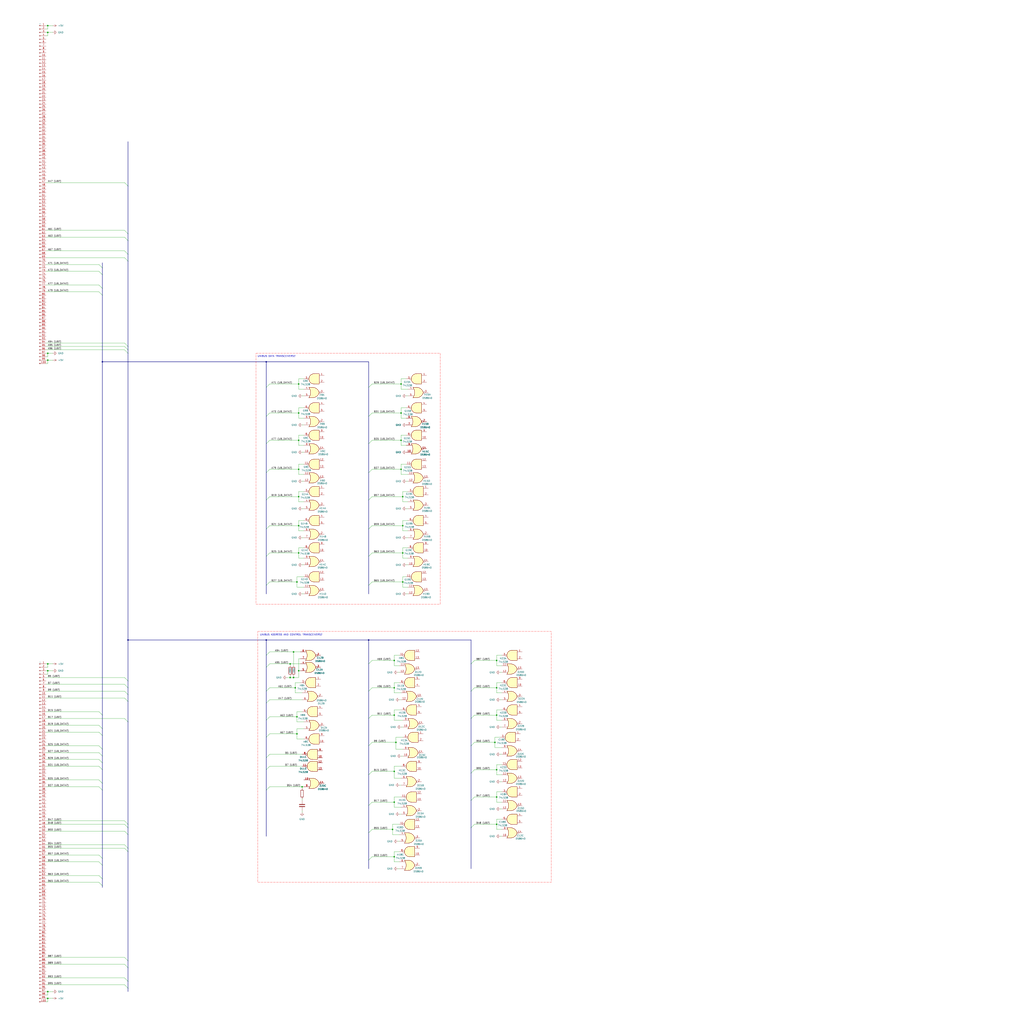
<source format=kicad_sch>
(kicad_sch (version 20250114) (generator "eeschema") (generator_version "9.0")
  (paper "User" 762 762)
  (rectangle (start 190.5 262.89) (end 327.66 449.58) (stroke (width 0) (type dash) (color 255 0 0 1)))
  (rectangle (start 191.77 469.9) (end 410.21 656.59) (stroke (width 0) (type dash) (color 255 0 0 1)))
  (text "UNIBUS ADDRESS AND CONTROL TRANSCEIVERS?" (at 216.662 472.44 0) (effects (font (size 1.27 1.27))))
  (text "UNIBUS DATA TRANSCEIVERS?" (at 205.74 265.176 0) (effects (font (size 1.27 1.27))))
  (junction (at 222.25 411.48))
  (junction (at 35.56 262.89))
  (junction (at 222.25 499.11))
  (junction (at 215.9 504.19))
  (junction (at 298.45 307.34))
  (junction (at 35.56 499.11))
  (junction (at 219.71 511.81))
  (junction (at 299.72 391.16))
  (junction (at 293.37 511.81))
  (junction (at 293.37 637.54))
  (junction (at 222.25 327.66))
  (junction (at 369.57 613.41))
  (junction (at 95.25 476.25))
  (junction (at 35.56 737.87))
  (junction (at 76.2 269.24))
  (junction (at 299.72 433.07))
  (junction (at 222.25 391.16))
  (junction (at 222.25 285.75))
  (junction (at 274.32 476.25))
  (junction (at 299.72 411.48))
  (junction (at 198.12 476.25))
  (junction (at 369.57 593.09))
  (junction (at 222.25 349.25))
  (junction (at 292.1 617.22))
  (junction (at 218.44 485.14))
  (junction (at 218.44 504.19))
  (junction (at 35.56 494.03))
  (junction (at 215.9 494.03))
  (junction (at 293.37 574.04))
  (junction (at 298.45 327.66))
  (junction (at 369.57 491.49))
  (junction (at 35.56 742.95))
  (junction (at 35.56 267.97))
  (junction (at 299.72 369.57))
  (junction (at 220.98 546.1))
  (junction (at 224.79 585.47))
  (junction (at 369.57 532.13))
  (junction (at 298.45 349.25))
  (junction (at 298.45 285.75))
  (junction (at 198.12 269.24))
  (junction (at 220.98 433.07))
  (junction (at 35.56 24.13))
  (junction (at 35.56 19.05))
  (junction (at 368.3 552.45))
  (junction (at 294.64 552.45))
  (junction (at 222.25 369.57))
  (junction (at 293.37 532.13))
  (junction (at 222.25 307.34))
  (junction (at 293.37 491.49))
  (junction (at 369.57 511.81))
  (junction (at 293.37 596.9))
  (junction (at 369.57 572.77))
  (junction (at 220.98 533.4))
  (bus_entry (at 274.32 330.2) (size 2.54 -2.54))
  (bus_entry (at 198.12 523.24) (size 2.54 -2.54))
  (bus_entry (at 92.71 628.65) (size 2.54 2.54))
  (bus_entry (at 198.12 572.77) (size 2.54 -2.54))
  (bus_entry (at 92.71 613.41) (size 2.54 2.54))
  (bus_entry (at 198.12 414.02) (size 2.54 -2.54))
  (bus_entry (at 73.66 529.59) (size 2.54 2.54))
  (bus_entry (at 92.71 255.27) (size 2.54 2.54))
  (bus_entry (at 198.12 588.01) (size 2.54 -2.54))
  (bus_entry (at 73.66 651.51) (size 2.54 2.54))
  (bus_entry (at 73.66 201.93) (size 2.54 2.54))
  (bus_entry (at 92.71 257.81) (size 2.54 2.54))
  (bus_entry (at 198.12 288.29) (size 2.54 -2.54))
  (bus_entry (at 198.12 372.11) (size 2.54 -2.54))
  (bus_entry (at 92.71 631.19) (size 2.54 2.54))
  (bus_entry (at 73.66 217.17) (size 2.54 2.54))
  (bus_entry (at 92.71 171.45) (size 2.54 2.54))
  (bus_entry (at 274.32 372.11) (size 2.54 -2.54))
  (bus_entry (at 198.12 548.64) (size 2.54 -2.54))
  (bus_entry (at 350.52 575.31) (size 2.54 -2.54))
  (bus_entry (at 92.71 135.89) (size 2.54 2.54))
  (bus_entry (at 274.32 640.08) (size 2.54 -2.54))
  (bus_entry (at 92.71 727.71) (size 2.54 2.54))
  (bus_entry (at 274.32 435.61) (size 2.54 -2.54))
  (bus_entry (at 350.52 595.63) (size 2.54 -2.54))
  (bus_entry (at 73.66 585.47) (size 2.54 2.54))
  (bus_entry (at 274.32 393.7) (size 2.54 -2.54))
  (bus_entry (at 92.71 618.49) (size 2.54 2.54))
  (bus_entry (at 198.12 514.35) (size 2.54 -2.54))
  (bus_entry (at 92.71 610.87) (size 2.54 2.54))
  (bus_entry (at 73.66 641.35) (size 2.54 2.54))
  (bus_entry (at 92.71 504.19) (size 2.54 2.54))
  (bus_entry (at 198.12 435.61) (size 2.54 -2.54))
  (bus_entry (at 198.12 330.2) (size 2.54 -2.54))
  (bus_entry (at 274.32 619.76) (size 2.54 -2.54))
  (bus_entry (at 92.71 191.77) (size 2.54 2.54))
  (bus_entry (at 198.12 563.88) (size 2.54 -2.54))
  (bus_entry (at 198.12 309.88) (size 2.54 -2.54))
  (bus_entry (at 198.12 393.7) (size 2.54 -2.54))
  (bus_entry (at 73.66 580.39) (size 2.54 2.54))
  (bus_entry (at 92.71 186.69) (size 2.54 2.54))
  (bus_entry (at 198.12 351.79) (size 2.54 -2.54))
  (bus_entry (at 350.52 534.67) (size 2.54 -2.54))
  (bus_entry (at 73.66 539.75) (size 2.54 2.54))
  (bus_entry (at 92.71 509.27) (size 2.54 2.54))
  (bus_entry (at 73.66 565.15) (size 2.54 2.54))
  (bus_entry (at 73.66 544.83) (size 2.54 2.54))
  (bus_entry (at 274.32 288.29) (size 2.54 -2.54))
  (bus_entry (at 73.66 212.09) (size 2.54 2.54))
  (bus_entry (at 274.32 351.79) (size 2.54 -2.54))
  (bus_entry (at 73.66 570.23) (size 2.54 2.54))
  (bus_entry (at 274.32 494.03) (size 2.54 -2.54))
  (bus_entry (at 92.71 514.35) (size 2.54 2.54))
  (bus_entry (at 73.66 554.99) (size 2.54 2.54))
  (bus_entry (at 198.12 487.68) (size 2.54 -2.54))
  (bus_entry (at 73.66 196.85) (size 2.54 2.54))
  (bus_entry (at 92.71 260.35) (size 2.54 2.54))
  (bus_entry (at 350.52 514.35) (size 2.54 -2.54))
  (bus_entry (at 92.71 712.47) (size 2.54 2.54))
  (bus_entry (at 73.66 560.07) (size 2.54 2.54))
  (bus_entry (at 92.71 176.53) (size 2.54 2.54))
  (bus_entry (at 350.52 494.03) (size 2.54 -2.54))
  (bus_entry (at 274.32 534.67) (size 2.54 -2.54))
  (bus_entry (at 73.66 636.27) (size 2.54 2.54))
  (bus_entry (at 198.12 535.94) (size 2.54 -2.54))
  (bus_entry (at 92.71 519.43) (size 2.54 2.54))
  (bus_entry (at 274.32 599.44) (size 2.54 -2.54))
  (bus_entry (at 274.32 309.88) (size 2.54 -2.54))
  (bus_entry (at 92.71 717.55) (size 2.54 2.54))
  (bus_entry (at 92.71 732.79) (size 2.54 2.54))
  (bus_entry (at 274.32 414.02) (size 2.54 -2.54))
  (bus_entry (at 73.66 656.59) (size 2.54 2.54))
  (bus_entry (at 274.32 554.99) (size 2.54 -2.54))
  (bus_entry (at 274.32 514.35) (size 2.54 -2.54))
  (bus_entry (at 198.12 496.57) (size 2.54 -2.54))
  (bus_entry (at 350.52 615.95) (size 2.54 -2.54))
  (bus_entry (at 350.52 554.99) (size 2.54 -2.54))
  (bus_entry (at 92.71 534.67) (size 2.54 2.54))
  (bus_entry (at 274.32 576.58) (size 2.54 -2.54))
  (wire (pts (xy 34.29 212.09) (xy 73.66 212.09)))
  (wire (pts (xy 298.45 541.02) (xy 299.72 541.02)))
  (bus (pts (xy 274.32 599.44) (xy 274.32 619.76)))
  (wire (pts (xy 222.25 407.67) (xy 226.06 407.67)))
  (bus (pts (xy 274.32 269.24) (xy 274.32 288.29)))
  (wire (pts (xy 222.25 365.76) (xy 222.25 369.57)))
  (wire (pts (xy 34.29 628.65) (xy 92.71 628.65)))
  (bus (pts (xy 350.52 534.67) (xy 350.52 554.99)))
  (wire (pts (xy 222.25 331.47) (xy 222.25 327.66)))
  (wire (pts (xy 299.72 411.48) (xy 299.72 407.67)))
  (wire (pts (xy 224.79 336.55) (xy 226.06 336.55)))
  (wire (pts (xy 369.57 589.28) (xy 373.38 589.28)))
  (wire (pts (xy 369.57 528.32) (xy 373.38 528.32)))
  (wire (pts (xy 34.29 737.87) (xy 35.56 737.87)))
  (bus (pts (xy 95.25 715.01) (xy 95.25 720.09)))
  (wire (pts (xy 299.72 373.38) (xy 299.72 369.57)))
  (bus (pts (xy 274.32 288.29) (xy 274.32 309.88)))
  (wire (pts (xy 34.29 539.75) (xy 73.66 539.75)))
  (wire (pts (xy 372.11 622.3) (xy 373.38 622.3)))
  (wire (pts (xy 298.45 285.75) (xy 298.45 281.94)))
  (bus (pts (xy 95.25 189.23) (xy 95.25 194.31)))
  (wire (pts (xy 34.29 519.43) (xy 92.71 519.43)))
  (wire (pts (xy 35.56 745.49) (xy 35.56 742.95)))
  (wire (pts (xy 34.29 499.11) (xy 35.56 499.11)))
  (bus (pts (xy 274.32 619.76) (xy 274.32 640.08)))
  (wire (pts (xy 34.29 560.07) (xy 73.66 560.07)))
  (bus (pts (xy 76.2 204.47) (xy 76.2 214.63)))
  (wire (pts (xy 369.57 487.68) (xy 373.38 487.68)))
  (wire (pts (xy 299.72 433.07) (xy 299.72 429.26)))
  (wire (pts (xy 200.66 285.75) (xy 222.25 285.75)))
  (wire (pts (xy 35.56 494.03) (xy 39.37 494.03)))
  (wire (pts (xy 298.45 331.47) (xy 298.45 327.66)))
  (wire (pts (xy 226.06 311.15) (xy 222.25 311.15)))
  (bus (pts (xy 350.52 476.25) (xy 350.52 494.03)))
  (wire (pts (xy 224.79 358.14) (xy 226.06 358.14)))
  (wire (pts (xy 226.06 415.29) (xy 222.25 415.29)))
  (wire (pts (xy 369.57 511.81) (xy 369.57 508)))
  (wire (pts (xy 35.56 21.59) (xy 35.56 19.05)))
  (bus (pts (xy 198.12 414.02) (xy 198.12 435.61)))
  (wire (pts (xy 353.06 552.45) (xy 368.3 552.45)))
  (bus (pts (xy 76.2 219.71) (xy 76.2 269.24)))
  (wire (pts (xy 34.29 19.05) (xy 35.56 19.05)))
  (wire (pts (xy 297.18 495.3) (xy 293.37 495.3)))
  (bus (pts (xy 95.25 105.41) (xy 95.25 138.43)))
  (bus (pts (xy 198.12 535.94) (xy 198.12 548.64)))
  (wire (pts (xy 200.66 433.07) (xy 220.98 433.07)))
  (wire (pts (xy 276.86 349.25) (xy 298.45 349.25)))
  (wire (pts (xy 369.57 617.22) (xy 373.38 617.22)))
  (wire (pts (xy 297.18 520.7) (xy 298.45 520.7)))
  (wire (pts (xy 369.57 515.62) (xy 369.57 511.81)))
  (wire (pts (xy 294.64 557.53) (xy 294.64 552.45)))
  (wire (pts (xy 34.29 191.77) (xy 92.71 191.77)))
  (bus (pts (xy 198.12 496.57) (xy 198.12 514.35)))
  (bus (pts (xy 350.52 575.31) (xy 350.52 595.63)))
  (wire (pts (xy 226.06 353.06) (xy 222.25 353.06)))
  (wire (pts (xy 293.37 535.94) (xy 293.37 532.13)))
  (bus (pts (xy 76.2 638.81) (xy 76.2 643.89)))
  (wire (pts (xy 372.11 581.66) (xy 373.38 581.66)))
  (wire (pts (xy 369.57 568.96) (xy 373.38 568.96)))
  (wire (pts (xy 303.53 436.88) (xy 299.72 436.88)))
  (bus (pts (xy 76.2 195.58) (xy 76.2 199.39)))
  (wire (pts (xy 218.44 485.14) (xy 223.52 485.14)))
  (bus (pts (xy 274.32 576.58) (xy 274.32 599.44)))
  (wire (pts (xy 226.06 331.47) (xy 222.25 331.47)))
  (bus (pts (xy 95.25 260.35) (xy 95.25 262.89)))
  (wire (pts (xy 303.53 353.06) (xy 298.45 353.06)))
  (wire (pts (xy 200.66 511.81) (xy 219.71 511.81)))
  (wire (pts (xy 200.66 307.34) (xy 222.25 307.34)))
  (wire (pts (xy 222.25 411.48) (xy 222.25 407.67)))
  (wire (pts (xy 35.56 496.57) (xy 35.56 494.03)))
  (bus (pts (xy 76.2 547.37) (xy 76.2 557.53)))
  (wire (pts (xy 222.25 327.66) (xy 222.25 323.85)))
  (wire (pts (xy 369.57 593.09) (xy 369.57 589.28)))
  (wire (pts (xy 34.29 509.27) (xy 92.71 509.27)))
  (wire (pts (xy 34.29 631.19) (xy 92.71 631.19)))
  (wire (pts (xy 369.57 572.77) (xy 369.57 568.96)))
  (bus (pts (xy 274.32 393.7) (xy 274.32 414.02)))
  (wire (pts (xy 220.98 549.91) (xy 220.98 546.1)))
  (bus (pts (xy 274.32 476.25) (xy 198.12 476.25)))
  (wire (pts (xy 34.29 636.27) (xy 73.66 636.27)))
  (wire (pts (xy 34.29 514.35) (xy 92.71 514.35)))
  (bus (pts (xy 198.12 330.2) (xy 198.12 351.79)))
  (wire (pts (xy 368.3 552.45) (xy 368.3 548.64)))
  (wire (pts (xy 369.57 495.3) (xy 369.57 491.49)))
  (bus (pts (xy 76.2 532.13) (xy 76.2 542.29)))
  (bus (pts (xy 95.25 521.97) (xy 95.25 537.21)))
  (bus (pts (xy 95.25 613.41) (xy 95.25 615.95)))
  (bus (pts (xy 274.32 435.61) (xy 274.32 441.96)))
  (wire (pts (xy 224.79 316.23) (xy 226.06 316.23)))
  (wire (pts (xy 34.29 26.67) (xy 35.56 26.67)))
  (wire (pts (xy 353.06 491.49) (xy 369.57 491.49)))
  (wire (pts (xy 224.79 603.25) (xy 224.79 604.52)))
  (wire (pts (xy 224.79 294.64) (xy 226.06 294.64)))
  (wire (pts (xy 34.29 742.95) (xy 35.56 742.95)))
  (bus (pts (xy 95.25 194.31) (xy 95.25 257.81)))
  (wire (pts (xy 302.26 294.64) (xy 303.53 294.64)))
  (wire (pts (xy 34.29 262.89) (xy 35.56 262.89)))
  (bus (pts (xy 198.12 372.11) (xy 198.12 393.7)))
  (wire (pts (xy 222.25 311.15) (xy 222.25 307.34)))
  (wire (pts (xy 276.86 307.34) (xy 298.45 307.34)))
  (wire (pts (xy 222.25 281.94) (xy 226.06 281.94)))
  (wire (pts (xy 222.25 415.29) (xy 222.25 411.48)))
  (wire (pts (xy 293.37 637.54) (xy 293.37 633.73)))
  (wire (pts (xy 372.11 541.02) (xy 373.38 541.02)))
  (wire (pts (xy 293.37 570.23) (xy 293.37 574.04)))
  (wire (pts (xy 34.29 570.23) (xy 73.66 570.23)))
  (wire (pts (xy 219.71 511.81) (xy 219.71 508)))
  (wire (pts (xy 34.29 613.41) (xy 92.71 613.41)))
  (wire (pts (xy 299.72 365.76) (xy 303.53 365.76)))
  (bus (pts (xy 95.25 735.33) (xy 95.25 737.87)))
  (bus (pts (xy 350.52 615.95) (xy 350.52 646.43)))
  (wire (pts (xy 215.9 494.03) (xy 223.52 494.03)))
  (wire (pts (xy 34.29 267.97) (xy 35.56 267.97)))
  (bus (pts (xy 274.32 476.25) (xy 350.52 476.25)))
  (wire (pts (xy 293.37 633.73) (xy 297.18 633.73)))
  (bus (pts (xy 274.32 640.08) (xy 274.32 646.43)))
  (wire (pts (xy 34.29 504.19) (xy 92.71 504.19)))
  (bus (pts (xy 95.25 511.81) (xy 95.25 516.89)))
  (wire (pts (xy 34.29 257.81) (xy 92.71 257.81)))
  (bus (pts (xy 198.12 269.24) (xy 198.12 288.29)))
  (wire (pts (xy 299.72 391.16) (xy 299.72 387.35)))
  (wire (pts (xy 303.53 394.97) (xy 299.72 394.97)))
  (wire (pts (xy 34.29 565.15) (xy 73.66 565.15)))
  (wire (pts (xy 303.53 289.56) (xy 298.45 289.56)))
  (bus (pts (xy 76.2 562.61) (xy 76.2 567.69)))
  (bus (pts (xy 95.25 476.25) (xy 198.12 476.25)))
  (wire (pts (xy 294.64 557.53) (xy 299.72 557.53)))
  (wire (pts (xy 294.64 552.45) (xy 294.64 548.64)))
  (wire (pts (xy 220.98 537.21) (xy 220.98 533.4)))
  (wire (pts (xy 224.79 594.36) (xy 224.79 595.63)))
  (bus (pts (xy 76.2 214.63) (xy 76.2 219.71)))
  (wire (pts (xy 222.25 285.75) (xy 222.25 281.94)))
  (wire (pts (xy 34.29 196.85) (xy 73.66 196.85)))
  (bus (pts (xy 95.25 506.73) (xy 95.25 511.81)))
  (wire (pts (xy 222.25 307.34) (xy 222.25 303.53)))
  (wire (pts (xy 200.66 533.4) (xy 220.98 533.4)))
  (wire (pts (xy 299.72 415.29) (xy 299.72 411.48)))
  (wire (pts (xy 302.26 441.96) (xy 303.53 441.96)))
  (wire (pts (xy 34.29 712.47) (xy 92.71 712.47)))
  (bus (pts (xy 95.25 138.43) (xy 95.25 173.99)))
  (bus (pts (xy 95.25 257.81) (xy 95.25 260.35)))
  (wire (pts (xy 226.06 289.56) (xy 222.25 289.56)))
  (bus (pts (xy 274.32 351.79) (xy 274.32 372.11)))
  (wire (pts (xy 298.45 303.53) (xy 302.26 303.53)))
  (wire (pts (xy 224.79 400.05) (xy 226.06 400.05)))
  (bus (pts (xy 95.25 633.73) (xy 95.25 715.01)))
  (wire (pts (xy 34.29 534.67) (xy 92.71 534.67)))
  (wire (pts (xy 353.06 572.77) (xy 369.57 572.77)))
  (wire (pts (xy 35.56 737.87) (xy 39.37 737.87)))
  (wire (pts (xy 373.38 535.94) (xy 369.57 535.94)))
  (bus (pts (xy 198.12 548.64) (xy 198.12 563.88)))
  (wire (pts (xy 34.29 641.35) (xy 73.66 641.35)))
  (wire (pts (xy 297.18 621.03) (xy 292.1 621.03)))
  (wire (pts (xy 200.66 411.48) (xy 222.25 411.48)))
  (wire (pts (xy 34.29 217.17) (xy 73.66 217.17)))
  (wire (pts (xy 295.91 626.11) (xy 297.18 626.11)))
  (wire (pts (xy 35.56 499.11) (xy 39.37 499.11)))
  (bus (pts (xy 274.32 372.11) (xy 274.32 393.7)))
  (wire (pts (xy 303.53 415.29) (xy 299.72 415.29)))
  (bus (pts (xy 76.2 588.01) (xy 76.2 638.81)))
  (wire (pts (xy 293.37 641.35) (xy 293.37 637.54)))
  (wire (pts (xy 276.86 617.22) (xy 292.1 617.22)))
  (bus (pts (xy 350.52 554.99) (xy 350.52 575.31)))
  (bus (pts (xy 198.12 476.25) (xy 198.12 487.68)))
  (bus (pts (xy 198.12 523.24) (xy 198.12 535.94)))
  (bus (pts (xy 95.25 516.89) (xy 95.25 521.97)))
  (bus (pts (xy 76.2 567.69) (xy 76.2 572.77)))
  (wire (pts (xy 293.37 532.13) (xy 293.37 528.32)))
  (wire (pts (xy 220.98 429.26) (xy 226.06 429.26)))
  (bus (pts (xy 95.25 179.07) (xy 95.25 189.23)))
  (wire (pts (xy 223.52 490.22) (xy 222.25 490.22)))
  (wire (pts (xy 218.44 504.19) (xy 222.25 504.19)))
  (wire (pts (xy 226.06 365.76) (xy 222.25 365.76)))
  (wire (pts (xy 224.79 585.47) (xy 226.06 585.47)))
  (wire (pts (xy 293.37 535.94) (xy 299.72 535.94)))
  (wire (pts (xy 219.71 515.62) (xy 219.71 511.81)))
  (wire (pts (xy 218.44 502.92) (xy 218.44 504.19)))
  (wire (pts (xy 34.29 494.03) (xy 35.56 494.03)))
  (wire (pts (xy 200.66 494.03) (xy 215.9 494.03)))
  (wire (pts (xy 303.53 373.38) (xy 299.72 373.38)))
  (wire (pts (xy 224.79 378.46) (xy 226.06 378.46)))
  (bus (pts (xy 274.32 476.25) (xy 274.32 494.03)))
  (wire (pts (xy 35.56 26.67) (xy 35.56 24.13)))
  (wire (pts (xy 293.37 596.9) (xy 293.37 593.09)))
  (bus (pts (xy 76.2 659.13) (xy 76.2 660.4)))
  (bus (pts (xy 95.25 476.25) (xy 95.25 506.73)))
  (wire (pts (xy 295.91 500.38) (xy 297.18 500.38)))
  (wire (pts (xy 222.25 490.22) (xy 222.25 499.11)))
  (wire (pts (xy 34.29 740.41) (xy 35.56 740.41)))
  (wire (pts (xy 34.29 618.49) (xy 92.71 618.49)))
  (bus (pts (xy 274.32 309.88) (xy 274.32 330.2)))
  (wire (pts (xy 222.25 373.38) (xy 226.06 373.38)))
  (wire (pts (xy 92.71 255.27) (xy 34.29 255.27)))
  (bus (pts (xy 198.12 288.29) (xy 198.12 309.88)))
  (wire (pts (xy 220.98 436.88) (xy 220.98 433.07)))
  (wire (pts (xy 34.29 651.51) (xy 73.66 651.51)))
  (bus (pts (xy 274.32 514.35) (xy 274.32 534.67)))
  (wire (pts (xy 222.25 499.11) (xy 223.52 499.11)))
  (wire (pts (xy 222.25 369.57) (xy 222.25 373.38)))
  (bus (pts (xy 76.2 557.53) (xy 76.2 562.61)))
  (wire (pts (xy 276.86 327.66) (xy 298.45 327.66)))
  (wire (pts (xy 293.37 515.62) (xy 293.37 511.81)))
  (wire (pts (xy 369.57 613.41) (xy 369.57 617.22)))
  (wire (pts (xy 293.37 508) (xy 297.18 508)))
  (wire (pts (xy 353.06 593.09) (xy 369.57 593.09)))
  (wire (pts (xy 222.25 323.85) (xy 226.06 323.85)))
  (wire (pts (xy 34.29 717.55) (xy 92.71 717.55)))
  (wire (pts (xy 226.06 537.21) (xy 220.98 537.21)))
  (wire (pts (xy 293.37 511.81) (xy 293.37 508)))
  (wire (pts (xy 34.29 260.35) (xy 92.71 260.35)))
  (wire (pts (xy 35.56 270.51) (xy 35.56 267.97)))
  (wire (pts (xy 222.25 303.53) (xy 226.06 303.53)))
  (bus (pts (xy 95.25 537.21) (xy 95.25 613.41)))
  (bus (pts (xy 198.12 435.61) (xy 198.12 441.96)))
  (bus (pts (xy 76.2 582.93) (xy 76.2 588.01)))
  (wire (pts (xy 34.29 135.89) (xy 92.71 135.89)))
  (wire (pts (xy 200.66 570.23) (xy 224.79 570.23)))
  (wire (pts (xy 276.86 491.49) (xy 293.37 491.49)))
  (wire (pts (xy 222.25 391.16) (xy 222.25 394.97)))
  (wire (pts (xy 369.57 532.13) (xy 369.57 528.32)))
  (wire (pts (xy 34.29 585.47) (xy 73.66 585.47)))
  (wire (pts (xy 222.25 353.06) (xy 222.25 349.25)))
  (wire (pts (xy 297.18 605.79) (xy 298.45 605.79)))
  (wire (pts (xy 200.66 391.16) (xy 222.25 391.16)))
  (bus (pts (xy 95.25 621.03) (xy 95.25 631.19)))
  (wire (pts (xy 35.56 740.41) (xy 35.56 737.87)))
  (bus (pts (xy 274.32 414.02) (xy 274.32 435.61)))
  (wire (pts (xy 373.38 495.3) (xy 369.57 495.3)))
  (wire (pts (xy 372.11 561.34) (xy 373.38 561.34)))
  (wire (pts (xy 34.29 176.53) (xy 92.71 176.53)))
  (wire (pts (xy 353.06 613.41) (xy 369.57 613.41)))
  (wire (pts (xy 297.18 584.2) (xy 298.45 584.2)))
  (wire (pts (xy 224.79 515.62) (xy 219.71 515.62)))
  (bus (pts (xy 76.2 654.05) (xy 76.2 659.13)))
  (wire (pts (xy 373.38 500.38) (xy 372.11 500.38)))
  (wire (pts (xy 276.86 411.48) (xy 299.72 411.48)))
  (wire (pts (xy 368.3 548.64) (xy 372.11 548.64)))
  (bus (pts (xy 198.12 514.35) (xy 198.12 523.24)))
  (wire (pts (xy 213.36 504.19) (xy 215.9 504.19)))
  (wire (pts (xy 298.45 289.56) (xy 298.45 285.75)))
  (wire (pts (xy 299.72 394.97) (xy 299.72 391.16)))
  (wire (pts (xy 372.11 520.7) (xy 373.38 520.7)))
  (wire (pts (xy 293.37 491.49) (xy 293.37 487.68)))
  (wire (pts (xy 226.06 436.88) (xy 220.98 436.88)))
  (wire (pts (xy 200.66 349.25) (xy 222.25 349.25)))
  (wire (pts (xy 200.66 485.14) (xy 218.44 485.14)))
  (wire (pts (xy 222.25 504.19) (xy 222.25 499.11)))
  (wire (pts (xy 302.26 400.05) (xy 303.53 400.05)))
  (wire (pts (xy 35.56 742.95) (xy 39.37 742.95)))
  (wire (pts (xy 293.37 574.04) (xy 293.37 579.12)))
  (wire (pts (xy 294.64 548.64) (xy 299.72 548.64)))
  (wire (pts (xy 224.79 585.47) (xy 224.79 586.74)))
  (wire (pts (xy 299.72 387.35) (xy 303.53 387.35)))
  (bus (pts (xy 198.12 393.7) (xy 198.12 414.02)))
  (wire (pts (xy 200.66 561.34) (xy 224.79 561.34)))
  (wire (pts (xy 298.45 528.32) (xy 293.37 528.32)))
  (wire (pts (xy 299.72 407.67) (xy 303.53 407.67)))
  (bus (pts (xy 95.25 615.95) (xy 95.25 621.03)))
  (wire (pts (xy 299.72 429.26) (xy 302.26 429.26)))
  (wire (pts (xy 293.37 487.68) (xy 297.18 487.68)))
  (wire (pts (xy 298.45 327.66) (xy 298.45 323.85)))
  (wire (pts (xy 226.06 387.35) (xy 222.25 387.35)))
  (wire (pts (xy 298.45 323.85) (xy 302.26 323.85)))
  (wire (pts (xy 299.72 436.88) (xy 299.72 433.07)))
  (wire (pts (xy 34.29 727.71) (xy 92.71 727.71)))
  (wire (pts (xy 276.86 532.13) (xy 293.37 532.13)))
  (wire (pts (xy 35.56 265.43) (xy 35.56 262.89)))
  (wire (pts (xy 372.11 601.98) (xy 373.38 601.98)))
  (wire (pts (xy 298.45 570.23) (xy 293.37 570.23)))
  (wire (pts (xy 298.45 281.94) (xy 302.26 281.94)))
  (bus (pts (xy 274.32 534.67) (xy 274.32 554.99)))
  (wire (pts (xy 297.18 641.35) (xy 293.37 641.35)))
  (bus (pts (xy 76.2 572.77) (xy 76.2 582.93)))
  (wire (pts (xy 298.45 345.44) (xy 302.26 345.44)))
  (wire (pts (xy 200.66 585.47) (xy 224.79 585.47)))
  (bus (pts (xy 198.12 351.79) (xy 198.12 372.11)))
  (wire (pts (xy 35.56 262.89) (xy 39.37 262.89)))
  (wire (pts (xy 276.86 511.81) (xy 293.37 511.81)))
  (wire (pts (xy 298.45 303.53) (xy 298.45 307.34)))
  (wire (pts (xy 302.26 378.46) (xy 303.53 378.46)))
  (bus (pts (xy 76.2 269.24) (xy 76.2 532.13)))
  (wire (pts (xy 276.86 637.54) (xy 293.37 637.54)))
  (wire (pts (xy 35.56 501.65) (xy 35.56 499.11)))
  (wire (pts (xy 353.06 532.13) (xy 369.57 532.13)))
  (wire (pts (xy 368.3 556.26) (xy 368.3 552.45)))
  (wire (pts (xy 369.57 596.9) (xy 369.57 593.09)))
  (wire (pts (xy 215.9 504.19) (xy 218.44 504.19)))
  (bus (pts (xy 274.32 494.03) (xy 274.32 514.35)))
  (wire (pts (xy 373.38 556.26) (xy 368.3 556.26)))
  (wire (pts (xy 369.57 535.94) (xy 369.57 532.13)))
  (wire (pts (xy 373.38 609.6) (xy 369.57 609.6)))
  (wire (pts (xy 298.45 562.61) (xy 299.72 562.61)))
  (bus (pts (xy 198.12 309.88) (xy 198.12 330.2)))
  (bus (pts (xy 76.2 269.24) (xy 198.12 269.24)))
  (wire (pts (xy 276.86 285.75) (xy 298.45 285.75)))
  (wire (pts (xy 276.86 552.45) (xy 294.64 552.45)))
  (bus (pts (xy 274.32 330.2) (xy 274.32 351.79)))
  (wire (pts (xy 35.56 24.13) (xy 39.37 24.13)))
  (wire (pts (xy 34.29 745.49) (xy 35.56 745.49)))
  (wire (pts (xy 302.26 311.15) (xy 298.45 311.15)))
  (wire (pts (xy 220.98 542.29) (xy 226.06 542.29)))
  (wire (pts (xy 35.56 19.05) (xy 39.37 19.05)))
  (bus (pts (xy 95.25 262.89) (xy 95.25 476.25)))
  (wire (pts (xy 276.86 369.57) (xy 299.72 369.57)))
  (wire (pts (xy 219.71 508) (xy 223.52 508)))
  (wire (pts (xy 34.29 186.69) (xy 92.71 186.69)))
  (bus (pts (xy 198.12 563.88) (xy 198.12 572.77)))
  (wire (pts (xy 34.29 610.87) (xy 92.71 610.87)))
  (wire (pts (xy 215.9 494.03) (xy 215.9 495.3)))
  (bus (pts (xy 95.25 631.19) (xy 95.25 633.73)))
  (wire (pts (xy 295.91 646.43) (xy 297.18 646.43)))
  (wire (pts (xy 373.38 576.58) (xy 369.57 576.58)))
  (wire (pts (xy 34.29 171.45) (xy 92.71 171.45)))
  (wire (pts (xy 369.57 609.6) (xy 369.57 613.41)))
  (wire (pts (xy 35.56 267.97) (xy 39.37 267.97)))
  (wire (pts (xy 200.66 546.1) (xy 220.98 546.1)))
  (wire (pts (xy 34.29 554.99) (xy 73.66 554.99)))
  (wire (pts (xy 34.29 21.59) (xy 35.56 21.59)))
  (wire (pts (xy 276.86 574.04) (xy 293.37 574.04)))
  (wire (pts (xy 200.66 327.66) (xy 222.25 327.66)))
  (wire (pts (xy 200.66 369.57) (xy 222.25 369.57)))
  (bus (pts (xy 274.32 554.99) (xy 274.32 576.58)))
  (wire (pts (xy 34.29 496.57) (xy 35.56 496.57)))
  (wire (pts (xy 302.26 420.37) (xy 303.53 420.37)))
  (wire (pts (xy 34.29 544.83) (xy 73.66 544.83)))
  (wire (pts (xy 220.98 533.4) (xy 220.98 529.59)))
  (wire (pts (xy 298.45 353.06) (xy 298.45 349.25)))
  (wire (pts (xy 34.29 270.51) (xy 35.56 270.51)))
  (wire (pts (xy 369.57 576.58) (xy 369.57 572.77)))
  (wire (pts (xy 226.06 549.91) (xy 220.98 549.91)))
  (wire (pts (xy 293.37 495.3) (xy 293.37 491.49)))
  (wire (pts (xy 34.29 656.59) (xy 73.66 656.59)))
  (wire (pts (xy 220.98 433.07) (xy 220.98 429.26)))
  (bus (pts (xy 95.25 730.25) (xy 95.25 735.33)))
  (bus (pts (xy 198.12 487.68) (xy 198.12 496.57)))
  (wire (pts (xy 276.86 596.9) (xy 293.37 596.9)))
  (wire (pts (xy 293.37 593.09) (xy 298.45 593.09)))
  (bus (pts (xy 198.12 572.77) (xy 198.12 588.01)))
  (wire (pts (xy 302.26 358.14) (xy 303.53 358.14)))
  (wire (pts (xy 373.38 515.62) (xy 369.57 515.62)))
  (wire (pts (xy 302.26 331.47) (xy 298.45 331.47)))
  (wire (pts (xy 222.25 345.44) (xy 226.06 345.44)))
  (wire (pts (xy 293.37 600.71) (xy 293.37 596.9)))
  (bus (pts (xy 198.12 588.01) (xy 198.12 622.3)))
  (wire (pts (xy 292.1 613.41) (xy 297.18 613.41)))
  (bus (pts (xy 350.52 494.03) (xy 350.52 514.35)))
  (wire (pts (xy 369.57 491.49) (xy 369.57 487.68)))
  (wire (pts (xy 218.44 485.14) (xy 218.44 495.3)))
  (wire (pts (xy 215.9 502.92) (xy 215.9 504.19)))
  (wire (pts (xy 34.29 732.79) (xy 92.71 732.79)))
  (wire (pts (xy 222.25 387.35) (xy 222.25 391.16)))
  (wire (pts (xy 34.29 24.13) (xy 35.56 24.13)))
  (wire (pts (xy 222.25 289.56) (xy 222.25 285.75)))
  (wire (pts (xy 293.37 579.12) (xy 298.45 579.12)))
  (wire (pts (xy 276.86 433.07) (xy 299.72 433.07)))
  (bus (pts (xy 198.12 269.24) (xy 274.32 269.24)))
  (bus (pts (xy 350.52 514.35) (xy 350.52 534.67)))
  (wire (pts (xy 34.29 201.93) (xy 73.66 201.93)))
  (bus (pts (xy 76.2 643.89) (xy 76.2 654.05)))
  (wire (pts (xy 298.45 600.71) (xy 293.37 600.71)))
  (bus (pts (xy 95.25 720.09) (xy 95.25 730.25)))
  (wire (pts (xy 224.79 441.96) (xy 226.06 441.96)))
  (wire (pts (xy 373.38 596.9) (xy 369.57 596.9)))
  (wire (pts (xy 34.29 529.59) (xy 73.66 529.59)))
  (wire (pts (xy 224.79 529.59) (xy 220.98 529.59)))
  (bus (pts (xy 76.2 542.29) (xy 76.2 547.37)))
  (bus (pts (xy 76.2 199.39) (xy 76.2 204.47)))
  (wire (pts (xy 353.06 511.81) (xy 369.57 511.81)))
  (wire (pts (xy 298.45 307.34) (xy 298.45 311.15)))
  (wire (pts (xy 200.66 520.7) (xy 224.79 520.7)))
  (wire (pts (xy 298.45 515.62) (xy 293.37 515.62)))
  (wire (pts (xy 298.45 349.25) (xy 298.45 345.44)))
  (wire (pts (xy 34.29 580.39) (xy 73.66 580.39)))
  (wire (pts (xy 34.29 265.43) (xy 35.56 265.43)))
  (bus (pts (xy 350.52 595.63) (xy 350.52 615.95)))
  (wire (pts (xy 224.79 420.37) (xy 226.06 420.37)))
  (wire (pts (xy 292.1 617.22) (xy 292.1 613.41)))
  (bus (pts (xy 95.25 173.99) (xy 95.25 179.07)))
  (wire (pts (xy 292.1 621.03) (xy 292.1 617.22)))
  (wire (pts (xy 34.29 501.65) (xy 35.56 501.65)))
  (wire (pts (xy 299.72 369.57) (xy 299.72 365.76)))
  (wire (pts (xy 369.57 508) (xy 373.38 508)))
  (wire (pts (xy 222.25 394.97) (xy 226.06 394.97)))
  (wire (pts (xy 220.98 546.1) (xy 220.98 542.29)))
  (wire (pts (xy 276.86 391.16) (xy 299.72 391.16)))
  (wire (pts (xy 222.25 349.25) (xy 222.25 345.44)))
  (label "B93 (UB?)" (at 35.56 727.71 0))
  (label "A94 (UB?)" (at 35.56 255.27 0))
  (label "A61 (UB?)" (at 35.56 171.45 0))
  (label "A71 (UB_DATA?)" (at 35.56 196.85 0))
  (label "B48 (UB?)" (at 35.56 613.41 0))
  (label "B15 (UB?)" (at 278.13 574.04 0))
  (label "B59 (UB_DATA?)" (at 35.56 641.35 0))
  (label "B95 (UB?)" (at 35.56 732.79 0))
  (label "B7 (UB?)" (at 212.09 570.23 0))
  (label "B93 (UB?)" (at 354.33 511.81 0))
  (label "B11 (UB?)" (at 35.56 519.43 0))
  (label "B57 (UB_DATA?)" (at 278.13 369.57 0))
  (label "B53 (UB?)" (at 278.13 637.54 0))
  (label "B37 (UB_DATA?)" (at 278.13 349.25 0))
  (label "B19 (UB_DATA?)" (at 201.93 369.57 0))
  (label "B21 (UB_DATA?)" (at 201.93 391.16 0))
  (label "B55 (UB?)" (at 35.56 631.19 0))
  (label "A95 (UB?)" (at 204.47 494.03 0))
  (label "A47 (UB?)" (at 207.01 520.7 0))
  (label "B65 (UB_DATA?)" (at 278.13 433.07 0))
  (label "B48 (UB?)" (at 354.33 613.41 0))
  (label "B31 (UB_DATA?)" (at 35.56 570.23 0))
  (label "A73 (UB_DATA?)" (at 35.56 201.93 0))
  (label "A67 (UB?)" (at 35.56 186.69 0))
  (label "B54 (UB?)" (at 213.36 585.47 0))
  (label "B31 (UB_DATA?)" (at 278.13 307.34 0))
  (label "B55 (UB?)" (at 278.13 617.22 0))
  (label "B7 (UB?)" (at 35.56 509.27 0))
  (label "B25 (UB_DATA?)" (at 201.93 411.48 0))
  (label "B47 (UB?)" (at 35.56 610.87 0))
  (label "A71 (UB_DATA?)" (at 201.93 285.75 0))
  (label "A95 (UB?)" (at 35.56 257.81 0))
  (label "B87 (UB?)" (at 354.33 491.49 0))
  (label "B63 (UB_DATA?)" (at 278.13 411.48 0))
  (label "A94 (UB?)" (at 204.47 485.14 0))
  (label "A96 (UB?)" (at 280.67 511.81 0))
  (label "B37 (UB_DATA?)" (at 35.56 585.47 0))
  (label "A63 (UB?)" (at 35.56 176.53 0))
  (label "B27 (UB_DATA?)" (at 201.93 433.07 0))
  (label "B59 (UB_DATA?)" (at 278.13 391.16 0))
  (label "A77 (UB_DATA?)" (at 35.56 212.09 0))
  (label "B47 (UB?)" (at 354.33 593.09 0))
  (label "A79 (UB_DATA?)" (at 35.56 217.17 0))
  (label "B35 (UB_DATA?)" (at 278.13 327.66 0))
  (label "A73 (UB_DATA?)" (at 201.93 307.34 0))
  (label "B89 (UB?)" (at 35.56 717.55 0))
  (label "B11 (UB?)" (at 280.67 532.13 0))
  (label "A77 (UB_DATA?)" (at 201.93 327.66 0))
  (label "B25 (UB_DATA?)" (at 35.56 554.99 0))
  (label "B15 (UB?)" (at 35.56 529.59 0))
  (label "B50 (UB?)" (at 354.33 552.45 0))
  (label "B27 (UB_DATA?)" (at 35.56 560.07 0))
  (label "B95 (UB?)" (at 354.33 572.77 0))
  (label "B35 (UB_DATA?)" (at 35.56 580.39 0))
  (label "B9 (UB?)" (at 278.13 552.45 0))
  (label "B9 (UB?)" (at 35.56 514.35 0))
  (label "B5 (UB?)" (at 212.09 561.34 0))
  (label "B19 (UB_DATA?)" (at 35.56 539.75 0))
  (label "A63 (UB?)" (at 208.28 533.4 0))
  (label "B17 (UB?)" (at 278.13 596.9 0))
  (label "A69 (UB?)" (at 280.67 491.49 0))
  (label "B21 (UB_DATA?)" (at 35.56 544.83 0))
  (label "B87 (UB?)" (at 35.56 712.47 0))
  (label "B50 (UB?)" (at 35.56 618.49 0))
  (label "B63 (UB_DATA?)" (at 35.56 651.51 0))
  (label "B57 (UB_DATA?)" (at 35.56 636.27 0))
  (label "A67 (UB?)" (at 208.28 546.1 0))
  (label "B54 (UB?)" (at 35.56 628.65 0))
  (label "B29 (UB_DATA?)" (at 35.56 565.15 0))
  (label "A79 (UB_DATA?)" (at 201.93 349.25 0))
  (label "B89 (UB?)" (at 354.33 532.13 0))
  (label "A47 (UB?)" (at 35.56 135.89 0))
  (label "B29 (UB_DATA?)" (at 278.13 285.75 0))
  (label "B5 (UB?)" (at 35.56 504.19 0))
  (label "B17 (UB?)" (at 35.56 534.67 0))
  (label "B65 (UB_DATA?)" (at 35.56 656.59 0))
  (label "A61 (UB?)" (at 207.01 511.81 0))
  (label "A96 (UB?)" (at 35.56 260.35 0))
  (symbol (lib_id "74xx:74LS38") (at 311.15 407.67 0) (mirror y) (unit 3)
    (property "Reference" "G19" (at 304.292 409.448 0))
    (property "Value" "74LS38" (at 304.292 411.988 0))
    (property "Datasheet" "http://www.ti.com/lit/gpn/sn74LS38" (effects (hide yes)))
    (property "Description" "Quad Buffer 2-input NAND Open collector" (effects (hide yes)))
  )
  (symbol (lib_id "User:DS8640") (at 381 579.12 0) (mirror x) (unit 4)
    (property "Reference" "D22" (at 387.604 581.152 0))
    (property "Value" "DS8640" (at 387.604 583.438 0))
  )
  (symbol (lib_id "74xx:74LS38") (at 309.88 303.53 0) (mirror y) (unit 2)
    (property "Reference" "G15" (at 303.53 305.816 0))
    (property "Value" "74LS38" (at 303.53 308.356 0))
    (property "Datasheet" "http://www.ti.com/lit/gpn/sn74LS38" (effects (hide yes)))
    (property "Description" "Quad Buffer 2-input NAND Open collector" (effects (hide yes)))
  )
  (symbol (lib_id "User:DS8640") (at 311.15 375.92 0) (unit 1)
    (property "Reference" "H19" (at 317.754 377.952 0))
    (property "Value" "DS8640" (at 317.754 380.238 0))
  )
  (symbol (lib_id "power:+5V") (at 39.37 19.05 270) (unit 1)
    (property "Reference" "#PWR01" (effects (hide yes)))
    (property "Value" "+5V" (at 43.18 19.0499 90) (effects (justify left)))
    (property "Description" "Power symbol creates a global label with name \"+5V\"" (effects (hide yes)))
  )
  (symbol (lib_id "User:DS8640") (at 311.15 439.42 0) (mirror x) (unit 4)
    (property "Reference" "H19" (at 317.246 441.96 0))
    (property "Value" "DS8640" (at 316.992 444.5 0))
  )
  (symbol (lib_id "User:DS8640") (at 233.68 417.83 0) (mirror x) (unit 3)
    (property "Reference" "H14" (at 240.03 420.116 0))
    (property "Value" "DS8640" (at 240.03 422.402 0))
  )
  (symbol (lib_id "power:GND") (at 372.11 622.3 270) (unit 1)
    (property "Reference" "#PWR041" (effects (hide yes)))
    (property "Value" "GND" (at 368.3 622.2999 90) (effects (justify right)))
    (property "Description" "Power symbol creates a global label with name \"GND\" , ground" (effects (hide yes)))
  )
  (symbol (lib_id "power:GND") (at 39.37 262.89 90) (unit 1)
    (property "Reference" "#PWR04" (effects (hide yes)))
    (property "Value" "GND" (at 43.18 262.8899 90) (effects (justify right)))
    (property "Description" "Power symbol creates a global label with name \"GND\" , ground" (effects (hide yes)))
  )
  (symbol (lib_id "74xx:74LS38") (at 304.8 613.41 0) (mirror y) (unit 4)
    (property "Reference" "H18" (at 297.688 615.696 0))
    (property "Value" "74LS38" (at 297.688 618.236 0))
    (property "Datasheet" "http://www.ti.com/lit/gpn/sn74LS38" (effects (hide yes)))
    (property "Description" "Quad Buffer 2-input NAND Open collector" (effects (hide yes)))
  )
  (symbol (lib_id "Device:R") (at 215.9 499.11 0) (unit 1)
    (property "Reference" "R2" (effects (hide yes)))
    (property "Value" "390" (at 215.9 500.888 90) (effects (justify left)))
    (property "Description" "Resistor" (effects (hide yes)))
  )
  (symbol (lib_id "User:DS8640") (at 381 619.76 0) (mirror x) (unit 3)
    (property "Reference" "C12" (at 387.096 621.792 0))
    (property "Value" "DS8640" (at 387.35 624.078 0))
  )
  (symbol (lib_id "User:DS8640") (at 233.68 582.93 0) (unit 3)
    (property "Reference" "D20" (at 240.284 584.708 0))
    (property "Value" "DS8640" (at 240.284 587.248 0))
  )
  (symbol (lib_id "power:GND") (at 224.79 336.55 270) (unit 1)
    (property "Reference" "#PWR011" (effects (hide yes)))
    (property "Value" "GND" (at 220.98 336.5499 90) (effects (justify right)))
    (property "Description" "Power symbol creates a global label with name \"GND\" , ground" (effects (hide yes)))
  )
  (symbol (lib_id "74xx:74LS38") (at 311.15 387.35 0) (mirror y) (unit 2)
    (property "Reference" "G19" (at 304.546 389.636 0))
    (property "Value" "74LS38" (at 304.546 392.176 0))
    (property "Datasheet" "http://www.ti.com/lit/gpn/sn74LS38" (effects (hide yes)))
    (property "Description" "Quad Buffer 2-input NAND Open collector" (effects (hide yes)))
  )
  (symbol (lib_id "User:DS8640") (at 233.68 539.75 0) (unit 1)
    (property "Reference" "D12" (at 241.046 541.528 0))
    (property "Value" "DS8640" (at 241.046 543.56 0))
  )
  (symbol (lib_id "74xx:74LS38") (at 381 589.28 0) (mirror y) (unit 1)
    (property "Reference" "H18" (at 374.65 591.058 0))
    (property "Value" "74LS38" (at 374.65 593.598 0))
    (property "Datasheet" "http://www.ti.com/lit/gpn/sn74LS38" (effects (hide yes)))
    (property "Description" "Quad Buffer 2-input NAND Open collector" (effects (hide yes)))
  )
  (symbol (lib_id "power:+5V") (at 39.37 742.95 270) (unit 1)
    (property "Reference" "#PWR08" (effects (hide yes)))
    (property "Value" "+5V" (at 43.18 742.9499 90) (effects (justify left)))
    (property "Description" "Power symbol creates a global label with name \"+5V\"" (effects (hide yes)))
  )
  (symbol (lib_id "74xx:74LS38") (at 381 508 0) (mirror y) (unit 3)
    (property "Reference" "H23" (at 374.396 510.032 0))
    (property "Value" "74LS38" (at 374.396 512.572 0))
    (property "Datasheet" "http://www.ti.com/lit/gpn/sn74LS38" (effects (hide yes)))
    (property "Description" "Quad Buffer 2-input NAND Open collector" (effects (hide yes)))
  )
  (symbol (lib_id "power:GND") (at 213.36 504.19 270) (unit 1)
    (property "Reference" "#PWR035" (effects (hide yes)))
    (property "Value" "GND" (at 209.55 504.1899 90) (effects (justify right)))
    (property "Description" "Power symbol creates a global label with name \"GND\" , ground" (effects (hide yes)))
  )
  (symbol (lib_id "User:DS8640") (at 381 558.8 0) (mirror x) (unit 3)
    (property "Reference" "D22" (at 387.604 561.086 0))
    (property "Value" "DS8640" (at 387.604 563.118 0))
  )
  (symbol (lib_id "74xx:74LS38") (at 232.41 529.59 0) (mirror y) (unit 2)
    (property "Reference" "H8" (at 225.298 532.13 0))
    (property "Value" "74LS38" (at 225.298 534.67 0))
    (property "Datasheet" "http://www.ti.com/lit/gpn/sn74LS38" (effects (hide yes)))
    (property "Description" "Quad Buffer 2-input NAND Open collector" (effects (hide yes)))
  )
  (symbol (lib_id "74xx:74LS38") (at 233.68 549.91 0) (mirror y) (unit 3)
    (property "Reference" "H8" (at 227.584 551.942 0))
    (property "Value" "74LS38" (at 227.584 554.482 0))
    (property "Datasheet" "http://www.ti.com/lit/gpn/sn74LS38" (effects (hide yes)))
    (property "Description" "Quad Buffer 2-input NAND Open collector" (effects (hide yes)))
  )
  (symbol (lib_id "User:DS8640") (at 381 538.48 0) (unit 2)
    (property "Reference" "D22" (at 387.604 540.258 0))
    (property "Value" "DS8640" (at 387.604 542.798 0))
  )
  (symbol (lib_id "power:GND") (at 302.26 316.23 270) (unit 1)
    (property "Reference" "#PWR018" (effects (hide yes)))
    (property "Value" "GND" (at 298.45 316.2299 90) (effects (justify right)))
    (property "Description" "Power symbol creates a global label with name \"GND\" , ground" (effects (hide yes)))
  )
  (symbol (lib_id "power:GND") (at 295.91 500.38 270) (unit 1)
    (property "Reference" "#PWR026" (effects (hide yes)))
    (property "Value" "GND" (at 292.1 500.3799 90) (effects (justify right)))
    (property "Description" "Power symbol creates a global label with name \"GND\" , ground" (effects (hide yes)))
  )
  (symbol (lib_id "74xx:74LS38") (at 309.88 323.85 0) (mirror y) (unit 3)
    (property "Reference" "G15" (at 303.022 326.136 0))
    (property "Value" "74LS38" (at 303.022 328.676 0))
    (property "Datasheet" "http://www.ti.com/lit/gpn/sn74LS38" (effects (hide yes)))
    (property "Description" "Quad Buffer 2-input NAND Open collector" (effects (hide yes)))
  )
  (symbol (lib_id "User:DS8640") (at 309.88 334.01 0) (mirror x) (unit 3)
    (property "Reference" "H15" (at 316.738 336.042 0))
    (property "Value" "DS8640" (at 316.484 338.328 0))
  )
  (symbol (lib_id "power:GND") (at 372.11 520.7 270) (unit 1)
    (property "Reference" "#PWR036" (effects (hide yes)))
    (property "Value" "GND" (at 368.3 520.6999 90) (effects (justify right)))
    (property "Description" "Power symbol creates a global label with name \"GND\" , ground" (effects (hide yes)))
  )
  (symbol (lib_id "User:DS8640") (at 381 518.16 0) (unit 1)
    (property "Reference" "D22" (at 388.112 519.938 0))
    (property "Value" "DS8640" (at 388.112 522.478 0))
  )
  (symbol (lib_id "User:DS8640") (at 231.14 496.57 0) (unit 1)
    (property "Reference" "C12" (at 237.744 498.348 0))
    (property "Value" "DS8640" (at 237.744 500.888 0))
  )
  (symbol (lib_id "User:DS8640") (at 233.68 397.51 0) (unit 2)
    (property "Reference" "H14" (at 240.284 399.288 0))
    (property "Value" "DS8640" (at 240.284 401.828 0))
  )
  (symbol (lib_id "User:DS8640") (at 232.41 518.16 0) (mirror x) (unit 2)
    (property "Reference" "D12" (at 239.014 523.494 0))
    (property "Value" "DS8640" (at 239.268 521.208 0))
  )
  (symbol (lib_id "74xx:74LS38") (at 306.07 570.23 0) (mirror y) (unit 3)
    (property "Reference" "H13" (at 299.212 573.278 0))
    (property "Value" "74LS38" (at 299.212 575.818 0))
    (property "Datasheet" "http://www.ti.com/lit/gpn/sn74LS38" (effects (hide yes)))
    (property "Description" "Quad Buffer 2-input NAND Open collector" (effects (hide yes)))
  )
  (symbol (lib_id "power:GND") (at 297.18 520.7 270) (unit 1)
    (property "Reference" "#PWR027" (effects (hide yes)))
    (property "Value" "GND" (at 293.37 520.6999 90) (effects (justify right)))
    (property "Description" "Power symbol creates a global label with name \"GND\" , ground" (effects (hide yes)))
  )
  (symbol (lib_id "User:DS8640") (at 306.07 518.16 0) (mirror x) (unit 4)
    (property "Reference" "C12" (at 312.42 520.192 0))
    (property "Value" "DS8640" (at 312.42 522.224 0))
  )
  (symbol (lib_id "User:Conn_100p") (at 29.21 170.18 0) (unit 1)
    (property "Reference" "U3" (effects (hide yes)))
    (property "Value" "~" (at 29.845 17.78 0))
  )
  (symbol (lib_id "User:DS8640") (at 306.07 581.66 0) (unit 2)
    (property "Reference" "D15" (at 312.928 584.454 0))
    (property "Value" "DS8640" (at 312.928 586.994 0))
  )
  (symbol (lib_id "User:DS8640") (at 381 497.84 0) (mirror x) (unit 4)
    (property "Reference" "D20" (at 387.604 500.126 0))
    (property "Value" "DS8640" (at 387.858 502.412 0))
  )
  (symbol (lib_id "74xx:74LS38") (at 233.68 429.26 0) (mirror y) (unit 4)
    (property "Reference" "G14" (at 226.568 431.038 0))
    (property "Value" "74LS38" (at 226.568 433.578 0))
    (property "Datasheet" "http://www.ti.com/lit/gpn/sn74LS38" (effects (hide yes)))
    (property "Description" "Quad Buffer 2-input NAND Open collector" (effects (hide yes)))
  )
  (symbol (lib_id "74xx:74LS38") (at 304.8 508 180) (unit 2)
    (property "Reference" "D11" (at 298.196 510.286 0))
    (property "Value" "74LS38" (at 298.45 512.826 0))
    (property "Datasheet" "http://www.ti.com/lit/gpn/sn74LS38" (effects (hide yes)))
    (property "Description" "Quad Buffer 2-input NAND Open collector" (effects (hide yes)))
  )
  (symbol (lib_id "User:DS8640") (at 306.07 603.25 0) (unit 1)
    (property "Reference" "D15" (at 312.928 605.282 0))
    (property "Value" "DS8640" (at 312.928 607.822 0))
  )
  (symbol (lib_id "74xx:74LS38") (at 231.14 508 0) (mirror y) (unit 1)
    (property "Reference" "H8" (at 224.79 510.032 0))
    (property "Value" "74LS38" (at 224.79 512.572 0))
    (property "Datasheet" "http://www.ti.com/lit/gpn/sn74LS38" (effects (hide yes)))
    (property "Description" "Quad Buffer 2-input NAND Open collector" (effects (hide yes)))
  )
  (symbol (lib_id "74xx:74LS38") (at 381 487.68 0) (mirror y) (unit 1)
    (property "Reference" "H23" (at 374.396 489.966 0))
    (property "Value" "74LS38" (at 374.396 492.506 0))
    (property "Datasheet" "http://www.ti.com/lit/gpn/sn74LS38" (effects (hide yes)))
    (property "Description" "Quad Buffer 2-input NAND Open collector" (effects (hide yes)))
  )
  (symbol (lib_id "74xx:74LS38") (at 49.53 -31.75 0) (unit 3)
    (property "Reference" "C18" (at 49.5217 -39.37 0))
    (property "Value" "74LS38" (at 49.5217 -36.83 0))
    (property "Datasheet" "http://www.ti.com/lit/gpn/sn74LS38" (effects (hide yes)))
    (property "Description" "Quad Buffer 2-input NAND Open collector" (effects (hide yes)))
  )
  (symbol (lib_id "74xx:74LS38") (at 309.88 429.26 0) (mirror y) (unit 4)
    (property "Reference" "G19" (at 303.53 431.292 0))
    (property "Value" "74LS38" (at 303.784 433.832 0))
    (property "Datasheet" "http://www.ti.com/lit/gpn/sn74LS38" (effects (hide yes)))
    (property "Description" "Quad Buffer 2-input NAND Open collector" (effects (hide yes)))
  )
  (symbol (lib_id "74xx:74LS38") (at 232.41 561.34 0) (mirror y) (unit 3)
    (property "Reference" "D11" (at 225.552 563.372 0))
    (property "Value" "74LS38" (at 225.552 565.912 0))
    (property "Datasheet" "http://www.ti.com/lit/gpn/sn74LS38" (effects (hide yes)))
    (property "Description" "Quad Buffer 2-input NAND Open collector" (effects (hide yes)))
  )
  (symbol (lib_id "74xx:74LS38") (at 304.8 633.73 0) (mirror y) (unit 3)
    (property "Reference" "H18" (at 297.942 636.016 0))
    (property "Value" "74LS38" (at 297.942 638.556 0))
    (property "Datasheet" "http://www.ti.com/lit/gpn/sn74LS38" (effects (hide yes)))
    (property "Description" "Quad Buffer 2-input NAND Open collector" (effects (hide yes)))
  )
  (symbol (lib_id "User:DS8640") (at 233.68 375.92 0) (unit 1)
    (property "Reference" "H14" (at 240.03 378.206 0))
    (property "Value" "DS8640" (at 240.03 380.746 0))
  )
  (symbol (lib_id "power:GND") (at 224.79 316.23 270) (unit 1)
    (property "Reference" "#PWR010" (effects (hide yes)))
    (property "Value" "GND" (at 220.98 316.2299 90) (effects (justify right)))
    (property "Description" "Power symbol creates a global label with name \"GND\" , ground" (effects (hide yes)))
  )
  (symbol (lib_id "power:GND") (at 302.26 441.96 270) (unit 1)
    (property "Reference" "#PWR024" (effects (hide yes)))
    (property "Value" "GND" (at 298.45 441.9599 90) (effects (justify right)))
    (property "Description" "Power symbol creates a global label with name \"GND\" , ground" (effects (hide yes)))
  )
  (symbol (lib_id "power:+5V") (at 39.37 267.97 270) (unit 1)
    (property "Reference" "#PWR03" (effects (hide yes)))
    (property "Value" "+5V" (at 43.18 267.9699 90) (effects (justify left)))
    (property "Description" "Power symbol creates a global label with name \"+5V\"" (effects (hide yes)))
  )
  (symbol (lib_id "Device:R") (at 224.79 590.55 0) (unit 1)
    (property "Reference" "R3" (effects (hide yes)))
    (property "Value" "R" (effects (hide yes)))
    (property "Description" "Resistor" (effects (hide yes)))
  )
  (symbol (lib_id "power:GND") (at 298.45 562.61 270) (unit 1)
    (property "Reference" "#PWR029" (effects (hide yes)))
    (property "Value" "GND" (at 294.64 562.6099 90) (effects (justify right)))
    (property "Description" "Power symbol creates a global label with name \"GND\" , ground" (effects (hide yes)))
  )
  (symbol (lib_id "power:GND") (at 39.37 24.13 90) (unit 1)
    (property "Reference" "#PWR02" (effects (hide yes)))
    (property "Value" "GND" (at 43.18 24.1299 90) (effects (justify right)))
    (property "Description" "Power symbol creates a global label with name \"GND\" , ground" (effects (hide yes)))
  )
  (symbol (lib_id "74xx:74LS38") (at 309.88 281.94 0) (mirror y) (unit 1)
    (property "Reference" "G15" (at 303.022 284.226 0))
    (property "Value" "74LS38" (at 303.022 286.766 0))
    (property "Datasheet" "http://www.ti.com/lit/gpn/sn74LS38" (effects (hide yes)))
    (property "Description" "Quad Buffer 2-input NAND Open collector" (effects (hide yes)))
  )
  (symbol (lib_id "User:DS8640") (at 304.8 623.57 0) (unit 1)
    (property "Reference" "D20" (at 311.658 625.602 0))
    (property "Value" "DS8640" (at 311.658 628.142 0))
  )
  (symbol (lib_id "User:DS8640") (at 307.34 560.07 0) (mirror x) (unit 3)
    (property "Reference" "D15" (at 314.198 561.848 0))
    (property "Value" "DS8640" (at 313.944 563.626 0))
  )
  (symbol (lib_id "power:GND") (at 302.26 294.64 270) (unit 1)
    (property "Reference" "#PWR017" (effects (hide yes)))
    (property "Value" "GND" (at 298.45 294.6399 90) (effects (justify right)))
    (property "Description" "Power symbol creates a global label with name \"GND\" , ground" (effects (hide yes)))
  )
  (symbol (lib_id "74xx:74LS38") (at 233.68 345.44 0) (mirror y) (unit 4)
    (property "Reference" "G9" (at 227.838 347.472 0))
    (property "Value" "74LS38" (at 227.838 350.012 0))
    (property "Datasheet" "http://www.ti.com/lit/gpn/sn74LS38" (effects (hide yes)))
    (property "Description" "Quad Buffer 2-input NAND Open collector" (effects (hide yes)))
  )
  (symbol (lib_id "74xx:74LS38") (at 233.68 387.35 0) (mirror y) (unit 2)
    (property "Reference" "G14" (at 226.314 389.636 0))
    (property "Value" "74LS38" (at 226.314 392.176 0))
    (property "Datasheet" "http://www.ti.com/lit/gpn/sn74LS38" (effects (hide yes)))
    (property "Description" "Quad Buffer 2-input NAND Open collector" (effects (hide yes)))
  )
  (symbol (lib_id "74xx:74LS38") (at 49.53 -17.78 0) (unit 4)
    (property "Reference" "C18" (at 49.5217 -25.4 0))
    (property "Value" "74LS38" (at 49.5217 -22.86 0))
    (property "Datasheet" "http://www.ti.com/lit/gpn/sn74LS38" (effects (hide yes)))
    (property "Description" "Quad Buffer 2-input NAND Open collector" (effects (hide yes)))
  )
  (symbol (lib_id "74xx:74LS38") (at 233.68 281.94 0) (mirror y) (unit 1)
    (property "Reference" "G9" (at 227.33 283.464 0))
    (property "Value" "74LS38" (at 227.33 286.004 0))
    (property "Datasheet" "http://www.ti.com/lit/gpn/sn74LS38" (effects (hide yes)))
    (property "Description" "Quad Buffer 2-input NAND Open collector" (effects (hide yes)))
  )
  (symbol (lib_id "74xx:74LS38") (at 233.68 323.85 0) (mirror y) (unit 3)
    (property "Reference" "G9" (at 227.584 325.882 0))
    (property "Value" "74LS38" (at 227.584 328.422 0))
    (property "Datasheet" "http://www.ti.com/lit/gpn/sn74LS38" (effects (hide yes)))
    (property "Description" "Quad Buffer 2-input NAND Open collector" (effects (hide yes)))
  )
  (symbol (lib_id "User:DS8640") (at 233.68 334.01 0) (mirror x) (unit 3)
    (property "Reference" "H9" (at 240.284 335.788 0))
    (property "Value" "DS8640" (at 240.538 338.074 0))
  )
  (symbol (lib_id "power:GND") (at 372.11 561.34 270) (unit 1)
    (property "Reference" "#PWR039" (effects (hide yes)))
    (property "Value" "GND" (at 368.3 561.3399 90) (effects (justify right)))
    (property "Description" "Power symbol creates a global label with name \"GND\" , ground" (effects (hide yes)))
  )
  (symbol (lib_id "74xx:74LS38") (at 233.68 365.76 0) (mirror y) (unit 1)
    (property "Reference" "G14" (at 227.076 367.792 0))
    (property "Value" "74LS38" (at 227.076 370.332 0))
    (property "Datasheet" "http://www.ti.com/lit/gpn/sn74LS38" (effects (hide yes)))
    (property "Description" "Quad Buffer 2-input NAND Open collector" (effects (hide yes)))
  )
  (symbol (lib_id "74xx:74LS38") (at 11.43 -17.78 0) (unit 1)
    (property "Reference" "D11" (at 18.288 -15.748 0))
    (property "Value" "74LS38" (at 18.288 -13.208 0))
    (property "Datasheet" "http://www.ti.com/lit/gpn/sn74LS38" (effects (hide yes)))
    (property "Description" "Quad Buffer 2-input NAND Open collector" (effects (hide yes)))
  )
  (symbol (lib_id "74xx:74LS38") (at 379.73 548.64 0) (mirror y) (unit 1)
    (property "Reference" "C18" (at 373.38 550.418 0))
    (property "Value" "74LS38" (at 373.38 552.958 0))
    (property "Datasheet" "http://www.ti.com/lit/gpn/sn74LS38" (effects (hide yes)))
    (property "Description" "Quad Buffer 2-input NAND Open collector" (effects (hide yes)))
  )
  (symbol (lib_id "User:DS8640") (at 381 599.44 0) (mirror x) (unit 4)
    (property "Reference" "D15" (at 387.604 601.472 0))
    (property "Value" "DS8640" (at 387.858 603.504 0))
  )
  (symbol (lib_id "User:DS8640") (at 233.68 355.6 0) (mirror x) (unit 4)
    (property "Reference" "H9" (at 240.03 357.632 0))
    (property "Value" "DS8640" (at 239.776 359.664 0))
  )
  (symbol (lib_id "74xx:74LS38") (at 309.88 345.44 0) (mirror y) (unit 4)
    (property "Reference" "G15" (at 303.276 347.726 0))
    (property "Value" "74LS38" (at 303.276 350.266 0))
    (property "Datasheet" "http://www.ti.com/lit/gpn/sn74LS38" (effects (hide yes)))
    (property "Description" "Quad Buffer 2-input NAND Open collector" (effects (hide yes)))
  )
  (symbol (lib_id "74xx:74LS38") (at 304.8 487.68 0) (mirror y) (unit 4)
    (property "Reference" "H8" (at 298.704 489.712 0))
    (property "Value" "74LS38" (at 298.704 492.252 0))
    (property "Datasheet" "http://www.ti.com/lit/gpn/sn74LS38" (effects (hide yes)))
    (property "Description" "Quad Buffer 2-input NAND Open collector" (effects (hide yes)))
  )
  (symbol (lib_id "power:GND") (at 298.45 541.02 270) (unit 1)
    (property "Reference" "#PWR028" (effects (hide yes)))
    (property "Value" "GND" (at 294.64 541.0199 90) (effects (justify right)))
    (property "Description" "Power symbol creates a global label with name \"GND\" , ground" (effects (hide yes)))
  )
  (symbol (lib_id "User:DS8640") (at 311.15 292.1 0) (unit 1)
    (property "Reference" "H15" (at 318.008 293.624 0))
    (property "Value" "DS8640" (at 318.008 296.164 0))
  )
  (symbol (lib_id "User:DS8640") (at 304.8 497.84 0) (mirror x) (unit 4)
    (property "Reference" "D12" (at 311.15 500.126 0))
    (property "Value" "DS8640" (at 311.658 502.412 0))
  )
  (symbol (lib_id "User:DS8640") (at 311.15 355.6 0) (mirror x) (unit 4)
    (property "Reference" "H15" (at 317.5 357.886 0))
    (property "Value" "DS8640" (at 317.754 360.172 0))
  )
  (symbol (lib_id "power:GND") (at 372.11 601.98 270) (unit 1)
    (property "Reference" "#PWR040" (effects (hide yes)))
    (property "Value" "GND" (at 368.3 601.9799 90) (effects (justify right)))
    (property "Description" "Power symbol creates a global label with name \"GND\" , ground" (effects (hide yes)))
  )
  (symbol (lib_id "Device:C") (at 224.79 599.44 0) (unit 1)
    (property "Reference" "C1" (effects (hide yes)))
    (property "Value" "C" (effects (hide yes)))
    (property "Description" "Unpolarized capacitor" (effects (hide yes)))
  )
  (symbol (lib_id "User:DS8640") (at 231.14 487.68 0) (unit 2)
    (property "Reference" "C12" (at 238.252 489.458 0))
    (property "Value" "DS8640" (at 238.252 491.998 0))
  )
  (symbol (lib_id "74xx:74LS38") (at 306.07 528.32 0) (mirror y) (unit 2)
    (property "Reference" "H13" (at 299.212 530.352 0))
    (property "Value" "74LS38" (at 299.212 532.892 0))
    (property "Datasheet" "http://www.ti.com/lit/gpn/sn74LS38" (effects (hide yes)))
    (property "Description" "Quad Buffer 2-input NAND Open collector" (effects (hide yes)))
  )
  (symbol (lib_id "power:GND") (at 295.91 646.43 270) (unit 1)
    (property "Reference" "#PWR034" (effects (hide yes)))
    (property "Value" "GND" (at 292.1 646.4299 90) (effects (justify right)))
    (property "Description" "Power symbol creates a global label with name \"GND\" , ground" (effects (hide yes)))
  )
  (symbol (lib_id "power:GND") (at 302.26 378.46 270) (unit 1)
    (property "Reference" "#PWR021" (effects (hide yes)))
    (property "Value" "GND" (at 298.45 378.4599 90) (effects (justify right)))
    (property "Description" "Power symbol creates a global label with name \"GND\" , ground" (effects (hide yes)))
  )
  (symbol (lib_id "User:DS8640") (at 233.68 439.42 0) (mirror x) (unit 4)
    (property "Reference" "H14" (at 240.284 441.96 0))
    (property "Value" "DS8640" (at 240.284 444.5 0))
  )
  (symbol (lib_id "74xx:74LS38") (at 306.07 593.09 0) (mirror y) (unit 4)
    (property "Reference" "H13" (at 299.212 595.376 0))
    (property "Value" "74LS38" (at 299.212 597.916 0))
    (property "Datasheet" "http://www.ti.com/lit/gpn/sn74LS38" (effects (hide yes)))
    (property "Description" "Quad Buffer 2-input NAND Open collector" (effects (hide yes)))
  )
  (symbol (lib_id "74xx:74LS38") (at 307.34 548.64 0) (mirror y) (unit 1)
    (property "Reference" "H13" (at 300.736 550.926 0))
    (property "Value" "74LS38" (at 300.736 553.466 0))
    (property "Datasheet" "http://www.ti.com/lit/gpn/sn74LS38" (effects (hide yes)))
    (property "Description" "Quad Buffer 2-input NAND Open collector" (effects (hide yes)))
  )
  (symbol (lib_id "User:DS8640") (at 233.68 292.1 0) (unit 1)
    (property "Reference" "H9" (at 239.522 293.878 0))
    (property "Value" "DS8640" (at 239.522 296.418 0))
  )
  (symbol (lib_id "74xx:74LS38") (at 31.75 -17.78 0) (unit 2)
    (property "Reference" "H18" (at 31.7417 -26.67 0))
    (property "Value" "74LS38" (at 31.7417 -24.13 0))
    (property "Datasheet" "http://www.ti.com/lit/gpn/sn74LS38" (effects (hide yes)))
    (property "Description" "Quad Buffer 2-input NAND Open collector" (effects (hide yes)))
  )
  (symbol (lib_id "User:Conn_100p") (at 29.21 645.16 0) (unit 1)
    (property "Reference" "U4" (effects (hide yes)))
    (property "Value" "~" (at 29.845 492.76 0))
  )
  (symbol (lib_id "power:GND") (at 224.79 378.46 270) (unit 1)
    (property "Reference" "#PWR013" (effects (hide yes)))
    (property "Value" "GND" (at 220.98 378.4599 90) (effects (justify right)))
    (property "Description" "Power symbol creates a global label with name \"GND\" , ground" (effects (hide yes)))
  )
  (symbol (lib_id "74xx:74LS38") (at 311.15 365.76 0) (mirror y) (unit 1)
    (property "Reference" "G19" (at 304.546 367.538 0))
    (property "Value" "74LS38" (at 304.546 370.078 0))
    (property "Datasheet" "http://www.ti.com/lit/gpn/sn74LS38" (effects (hide yes)))
    (property "Description" "Quad Buffer 2-input NAND Open collector" (effects (hide yes)))
  )
  (symbol (lib_id "74xx:74LS38") (at 232.41 570.23 0) (mirror y) (unit 4)
    (property "Reference" "D11" (at 225.552 572.008 0))
    (property "Value" "74LS38" (at 225.552 574.548 0))
    (property "Datasheet" "http://www.ti.com/lit/gpn/sn74LS38" (effects (hide yes)))
    (property "Description" "Quad Buffer 2-input NAND Open collector" (effects (hide yes)))
  )
  (symbol (lib_id "User:DS8640") (at 311.15 397.51 0) (unit 2)
    (property "Reference" "H19" (at 317.754 399.288 0))
    (property "Value" "DS8640" (at 317.754 401.828 0))
  )
  (symbol (lib_id "User:DS8640") (at 307.34 538.48 0) (mirror x) (unit 3)
    (property "Reference" "D12" (at 313.69 540.766 0))
    (property "Value" "DS8640" (at 313.69 543.052 0))
  )
  (symbol (lib_id "User:DS8640") (at 311.15 417.83 0) (mirror x) (unit 3)
    (property "Reference" "H19" (at 317.5 420.116 0))
    (property "Value" "DS8640" (at 317.5 422.402 0))
  )
  (symbol (lib_id "power:GND") (at 372.11 541.02 270) (unit 1)
    (property "Reference" "#PWR037" (effects (hide yes)))
    (property "Value" "GND" (at 368.3 541.0199 90) (effects (justify right)))
    (property "Description" "Power symbol creates a global label with name \"GND\" , ground" (effects (hide yes)))
  )
  (symbol (lib_id "power:GND") (at 39.37 499.11 90) (unit 1)
    (property "Reference" "#PWR06" (effects (hide yes)))
    (property "Value" "GND" (at 43.18 499.1099 90) (effects (justify right)))
    (property "Description" "Power symbol creates a global label with name \"GND\" , ground" (effects (hide yes)))
  )
  (symbol (lib_id "power:GND") (at 224.79 294.64 270) (unit 1)
    (property "Reference" "#PWR09" (effects (hide yes)))
    (property "Value" "GND" (at 220.98 294.6399 90) (effects (justify right)))
    (property "Description" "Power symbol creates a global label with name \"GND\" , ground" (effects (hide yes)))
  )
  (symbol (lib_id "power:GND") (at 302.26 358.14 270) (unit 1)
    (property "Reference" "#PWR020" (effects (hide yes)))
    (property "Value" "GND" (at 298.45 358.1399 90) (effects (justify right)))
    (property "Description" "Power symbol creates a global label with name \"GND\" , ground" (effects (hide yes)))
  )
  (symbol (lib_id "power:GND") (at 372.11 500.38 270) (unit 1)
    (property "Reference" "#PWR032" (effects (hide yes)))
    (property "Value" "GND" (at 368.3 500.3799 90) (effects (justify right)))
    (property "Description" "Power symbol creates a global label with name \"GND\" , ground" (effects (hide yes)))
  )
  (symbol (lib_id "power:GND") (at 224.79 358.14 270) (unit 1)
    (property "Reference" "#PWR012" (effects (hide yes)))
    (property "Value" "GND" (at 220.98 358.1399 90) (effects (justify right)))
    (property "Description" "Power symbol creates a global label with name \"GND\" , ground" (effects (hide yes)))
  )
  (symbol (lib_id "power:GND") (at 297.18 584.2 270) (unit 1)
    (property "Reference" "#PWR030" (effects (hide yes)))
    (property "Value" "GND" (at 293.37 584.1999 90) (effects (justify right)))
    (property "Description" "Power symbol creates a global label with name \"GND\" , ground" (effects (hide yes)))
  )
  (symbol (lib_id "power:GND") (at 224.79 400.05 270) (unit 1)
    (property "Reference" "#PWR014" (effects (hide yes)))
    (property "Value" "GND" (at 220.98 400.0499 90) (effects (justify right)))
    (property "Description" "Power symbol creates a global label with name \"GND\" , ground" (effects (hide yes)))
  )
  (symbol (lib_id "power:GND") (at 224.79 420.37 270) (unit 1)
    (property "Reference" "#PWR015" (effects (hide yes)))
    (property "Value" "GND" (at 220.98 420.3699 90) (effects (justify right)))
    (property "Description" "Power symbol creates a global label with name \"GND\" , ground" (effects (hide yes)))
  )
  (symbol (lib_id "power:GND") (at 224.79 604.52 0) (unit 1)
    (property "Reference" "#PWR025" (effects (hide yes)))
    (property "Value" "GND" (at 224.79 609.6 0))
    (property "Description" "Power symbol creates a global label with name \"GND\" , ground" (effects (hide yes)))
  )
  (symbol (lib_id "User:DS8640") (at 304.8 643.89 0) (unit 2)
    (property "Reference" "D20" (at 311.404 645.922 0))
    (property "Value" "DS8640" (at 311.404 648.462 0))
  )
  (symbol (lib_id "74xx:74LS38") (at 381 528.32 0) (mirror y) (unit 2)
    (property "Reference" "H23" (at 374.396 530.352 0))
    (property "Value" "74LS38" (at 374.396 532.892 0))
    (property "Datasheet" "http://www.ti.com/lit/gpn/sn74LS38" (effects (hide yes)))
    (property "Description" "Quad Buffer 2-input NAND Open collector" (effects (hide yes)))
  )
  (symbol (lib_id "74xx:74LS38") (at 233.68 303.53 0) (mirror y) (unit 2)
    (property "Reference" "G9" (at 227.33 305.562 0))
    (property "Value" "74LS38" (at 227.33 308.102 0))
    (property "Datasheet" "http://www.ti.com/lit/gpn/sn74LS38" (effects (hide yes)))
    (property "Description" "Quad Buffer 2-input NAND Open collector" (effects (hide yes)))
  )
  (symbol (lib_id "Device:R") (at 218.44 499.11 0) (unit 1)
    (property "Reference" "R1" (effects (hide yes)))
    (property "Value" "390" (at 218.694 500.888 90) (effects (justify left)))
    (property "Description" "Resistor" (effects (hide yes)))
  )
  (symbol (lib_id "User:DS8640") (at 309.88 313.69 0) (unit 2)
    (property "Reference" "H15" (at 316.484 315.468 0))
    (property "Value" "DS8640" (at 316.484 318.008 0))
  )
  (symbol (lib_id "User:DS8640") (at 233.68 313.69 0) (unit 2)
    (property "Reference" "H9" (at 239.776 315.468 0))
    (property "Value" "DS8640" (at 239.776 318.008 0))
  )
  (symbol (lib_id "power:GND") (at 297.18 605.79 270) (unit 1)
    (property "Reference" "#PWR031" (effects (hide yes)))
    (property "Value" "GND" (at 293.37 605.7899 90) (effects (justify right)))
    (property "Description" "Power symbol creates a global label with name \"GND\" , ground" (effects (hide yes)))
  )
  (symbol (lib_id "power:GND") (at 302.26 420.37 270) (unit 1)
    (property "Reference" "#PWR023" (effects (hide yes)))
    (property "Value" "GND" (at 298.45 420.3699 90) (effects (justify right)))
    (property "Description" "Power symbol creates a global label with name \"GND\" , ground" (effects (hide yes)))
  )
  (symbol (lib_id "power:+5V") (at 39.37 494.03 270) (unit 1)
    (property "Reference" "#PWR05" (effects (hide yes)))
    (property "Value" "+5V" (at 43.18 494.0299 90) (effects (justify left)))
    (property "Description" "Power symbol creates a global label with name \"+5V\"" (effects (hide yes)))
  )
  (symbol (lib_id "power:GND") (at 372.11 581.66 270) (unit 1)
    (property "Reference" "#PWR038" (effects (hide yes)))
    (property "Value" "GND" (at 368.3 581.6599 90) (effects (justify right)))
    (property "Description" "Power symbol creates a global label with name \"GND\" , ground" (effects (hide yes)))
  )
  (symbol (lib_id "power:GND") (at 295.91 626.11 270) (unit 1)
    (property "Reference" "#PWR033" (effects (hide yes)))
    (property "Value" "GND" (at 292.1 626.1099 90) (effects (justify right)))
    (property "Description" "Power symbol creates a global label with name \"GND\" , ground" (effects (hide yes)))
  )
  (symbol (lib_id "74xx:74LS38") (at 381 609.6 0) (mirror y) (unit 2)
    (property "Reference" "C18" (at 373.888 611.632 0))
    (property "Value" "74LS38" (at 373.888 614.172 0))
    (property "Datasheet" "http://www.ti.com/lit/gpn/sn74LS38" (effects (hide yes)))
    (property "Description" "Quad Buffer 2-input NAND Open collector" (effects (hide yes)))
  )
  (symbol (lib_id "power:GND") (at 302.26 336.55 270) (unit 1)
    (property "Reference" "#PWR019" (effects (hide yes)))
    (property "Value" "GND" (at 298.45 336.5499 90) (effects (justify right)))
    (property "Description" "Power symbol creates a global label with name \"GND\" , ground" (effects (hide yes)))
  )
  (symbol (lib_id "74xx:74LS38") (at 381 568.96 0) (mirror y) (unit 4)
    (property "Reference" "H23" (at 374.65 570.992 0))
    (property "Value" "74LS38" (at 374.65 573.532 0))
    (property "Datasheet" "http://www.ti.com/lit/gpn/sn74LS38" (effects (hide yes)))
    (property "Description" "Quad Buffer 2-input NAND Open collector" (effects (hide yes)))
  )
  (symbol (lib_id "74xx:74LS38") (at 233.68 407.67 0) (mirror y) (unit 3)
    (property "Reference" "G14" (at 226.822 409.448 0))
    (property "Value" "74LS38" (at 226.822 411.988 0))
    (property "Datasheet" "http://www.ti.com/lit/gpn/sn74LS38" (effects (hide yes)))
    (property "Description" "Quad Buffer 2-input NAND Open collector" (effects (hide yes)))
  )
  (symbol (lib_id "power:GND") (at 39.37 737.87 90) (unit 1)
    (property "Reference" "#PWR07" (effects (hide yes)))
    (property "Value" "GND" (at 43.18 737.8699 90) (effects (justify right)))
    (property "Description" "Power symbol creates a global label with name \"GND\" , ground" (effects (hide yes)))
  )
  (symbol (lib_id "power:GND") (at 302.26 400.05 270) (unit 1)
    (property "Reference" "#PWR022" (effects (hide yes)))
    (property "Value" "GND" (at 298.45 400.0499 90) (effects (justify right)))
    (property "Description" "Power symbol creates a global label with name \"GND\" , ground" (effects (hide yes)))
  )
  (symbol (lib_id "power:GND") (at 224.79 441.96 270) (unit 1)
    (property "Reference" "#PWR016" (effects (hide yes)))
    (property "Value" "GND" (at 220.98 441.9599 90) (effects (justify right)))
    (property "Description" "Power symbol creates a global label with name \"GND\" , ground" (effects (hide yes)))
  )
)
</source>
